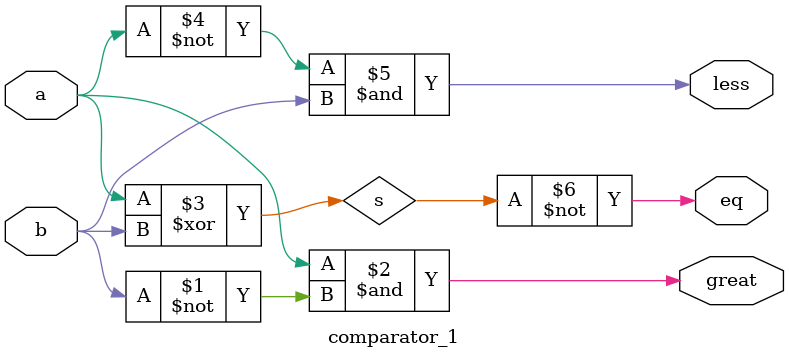
<source format=v>
`timescale 1ns / 1ps


module comparator_1(less,great,eq,a,b);
input a,b;
output less,great,eq;
wire s;
and a1 (great,a,~b);
xor x1 (s,a,b);
and a2 (less,~a,b);
not n1 (eq,s);

endmodule

</source>
